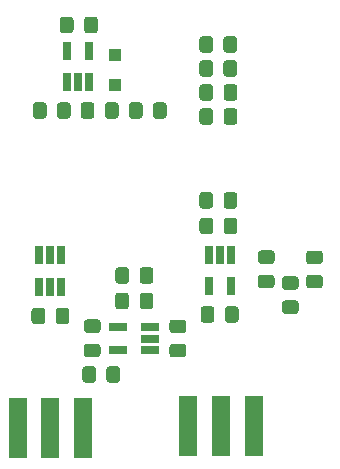
<source format=gbr>
%TF.GenerationSoftware,KiCad,Pcbnew,(5.1.6-0-10_14)*%
%TF.CreationDate,2021-02-25T14:42:38-08:00*%
%TF.ProjectId,TIADevBoard,54494144-6576-4426-9f61-72642e6b6963,rev?*%
%TF.SameCoordinates,Original*%
%TF.FileFunction,Paste,Top*%
%TF.FilePolarity,Positive*%
%FSLAX46Y46*%
G04 Gerber Fmt 4.6, Leading zero omitted, Abs format (unit mm)*
G04 Created by KiCad (PCBNEW (5.1.6-0-10_14)) date 2021-02-25 14:42:38*
%MOMM*%
%LPD*%
G01*
G04 APERTURE LIST*
%ADD10R,0.650000X1.560000*%
%ADD11R,1.600000X5.080000*%
%ADD12R,1.560000X0.650000*%
%ADD13R,1.000000X1.000000*%
G04 APERTURE END LIST*
D10*
%TO.C,U2*%
X94361000Y-77216000D03*
X96261000Y-77216000D03*
X96261000Y-79916000D03*
X95311000Y-79916000D03*
X94361000Y-79916000D03*
%TD*%
%TO.C,U1*%
X108265000Y-97188000D03*
X106365000Y-97188000D03*
X106365000Y-94488000D03*
X107315000Y-94488000D03*
X108265000Y-94488000D03*
%TD*%
%TO.C,R4*%
G36*
G01*
X96823000Y-104197999D02*
X96823000Y-105098001D01*
G75*
G02*
X96573001Y-105348000I-249999J0D01*
G01*
X95922999Y-105348000D01*
G75*
G02*
X95673000Y-105098001I0J249999D01*
G01*
X95673000Y-104197999D01*
G75*
G02*
X95922999Y-103948000I249999J0D01*
G01*
X96573001Y-103948000D01*
G75*
G02*
X96823000Y-104197999I0J-249999D01*
G01*
G37*
G36*
G01*
X98873000Y-104197999D02*
X98873000Y-105098001D01*
G75*
G02*
X98623001Y-105348000I-249999J0D01*
G01*
X97972999Y-105348000D01*
G75*
G02*
X97723000Y-105098001I0J249999D01*
G01*
X97723000Y-104197999D01*
G75*
G02*
X97972999Y-103948000I249999J0D01*
G01*
X98623001Y-103948000D01*
G75*
G02*
X98873000Y-104197999I0J-249999D01*
G01*
G37*
%TD*%
%TO.C,R5*%
G36*
G01*
X99626000Y-97974999D02*
X99626000Y-98875001D01*
G75*
G02*
X99376001Y-99125000I-249999J0D01*
G01*
X98725999Y-99125000D01*
G75*
G02*
X98476000Y-98875001I0J249999D01*
G01*
X98476000Y-97974999D01*
G75*
G02*
X98725999Y-97725000I249999J0D01*
G01*
X99376001Y-97725000D01*
G75*
G02*
X99626000Y-97974999I0J-249999D01*
G01*
G37*
G36*
G01*
X101676000Y-97974999D02*
X101676000Y-98875001D01*
G75*
G02*
X101426001Y-99125000I-249999J0D01*
G01*
X100775999Y-99125000D01*
G75*
G02*
X100526000Y-98875001I0J249999D01*
G01*
X100526000Y-97974999D01*
G75*
G02*
X100775999Y-97725000I249999J0D01*
G01*
X101426001Y-97725000D01*
G75*
G02*
X101676000Y-97974999I0J-249999D01*
G01*
G37*
%TD*%
D11*
%TO.C,J3*%
X110188000Y-108966000D03*
X104648000Y-108966000D03*
X107418000Y-108966000D03*
%TD*%
%TO.C,C13*%
G36*
G01*
X93423000Y-100145001D02*
X93423000Y-99244999D01*
G75*
G02*
X93672999Y-98995000I249999J0D01*
G01*
X94323001Y-98995000D01*
G75*
G02*
X94573000Y-99244999I0J-249999D01*
G01*
X94573000Y-100145001D01*
G75*
G02*
X94323001Y-100395000I-249999J0D01*
G01*
X93672999Y-100395000D01*
G75*
G02*
X93423000Y-100145001I0J249999D01*
G01*
G37*
G36*
G01*
X91373000Y-100145001D02*
X91373000Y-99244999D01*
G75*
G02*
X91622999Y-98995000I249999J0D01*
G01*
X92273001Y-98995000D01*
G75*
G02*
X92523000Y-99244999I0J-249999D01*
G01*
X92523000Y-100145001D01*
G75*
G02*
X92273001Y-100395000I-249999J0D01*
G01*
X91622999Y-100395000D01*
G75*
G02*
X91373000Y-100145001I0J249999D01*
G01*
G37*
%TD*%
%TO.C,C11*%
G36*
G01*
X96069999Y-102041000D02*
X96970001Y-102041000D01*
G75*
G02*
X97220000Y-102290999I0J-249999D01*
G01*
X97220000Y-102941001D01*
G75*
G02*
X96970001Y-103191000I-249999J0D01*
G01*
X96069999Y-103191000D01*
G75*
G02*
X95820000Y-102941001I0J249999D01*
G01*
X95820000Y-102290999D01*
G75*
G02*
X96069999Y-102041000I249999J0D01*
G01*
G37*
G36*
G01*
X96069999Y-99991000D02*
X96970001Y-99991000D01*
G75*
G02*
X97220000Y-100240999I0J-249999D01*
G01*
X97220000Y-100891001D01*
G75*
G02*
X96970001Y-101141000I-249999J0D01*
G01*
X96069999Y-101141000D01*
G75*
G02*
X95820000Y-100891001I0J249999D01*
G01*
X95820000Y-100240999D01*
G75*
G02*
X96069999Y-99991000I249999J0D01*
G01*
G37*
%TD*%
%TO.C,C9*%
G36*
G01*
X99635000Y-95815999D02*
X99635000Y-96716001D01*
G75*
G02*
X99385001Y-96966000I-249999J0D01*
G01*
X98734999Y-96966000D01*
G75*
G02*
X98485000Y-96716001I0J249999D01*
G01*
X98485000Y-95815999D01*
G75*
G02*
X98734999Y-95566000I249999J0D01*
G01*
X99385001Y-95566000D01*
G75*
G02*
X99635000Y-95815999I0J-249999D01*
G01*
G37*
G36*
G01*
X101685000Y-95815999D02*
X101685000Y-96716001D01*
G75*
G02*
X101435001Y-96966000I-249999J0D01*
G01*
X100784999Y-96966000D01*
G75*
G02*
X100535000Y-96716001I0J249999D01*
G01*
X100535000Y-95815999D01*
G75*
G02*
X100784999Y-95566000I249999J0D01*
G01*
X101435001Y-95566000D01*
G75*
G02*
X101685000Y-95815999I0J-249999D01*
G01*
G37*
%TD*%
D12*
%TO.C,U4*%
X98726000Y-102550000D03*
X98726000Y-100650000D03*
X101426000Y-100650000D03*
X101426000Y-101600000D03*
X101426000Y-102550000D03*
%TD*%
%TO.C,RFB2*%
G36*
G01*
X107629000Y-77158001D02*
X107629000Y-76257999D01*
G75*
G02*
X107878999Y-76008000I249999J0D01*
G01*
X108529001Y-76008000D01*
G75*
G02*
X108779000Y-76257999I0J-249999D01*
G01*
X108779000Y-77158001D01*
G75*
G02*
X108529001Y-77408000I-249999J0D01*
G01*
X107878999Y-77408000D01*
G75*
G02*
X107629000Y-77158001I0J249999D01*
G01*
G37*
G36*
G01*
X105579000Y-77158001D02*
X105579000Y-76257999D01*
G75*
G02*
X105828999Y-76008000I249999J0D01*
G01*
X106479001Y-76008000D01*
G75*
G02*
X106729000Y-76257999I0J-249999D01*
G01*
X106729000Y-77158001D01*
G75*
G02*
X106479001Y-77408000I-249999J0D01*
G01*
X105828999Y-77408000D01*
G75*
G02*
X105579000Y-77158001I0J249999D01*
G01*
G37*
%TD*%
%TO.C,RFB1*%
G36*
G01*
X106747000Y-80321999D02*
X106747000Y-81222001D01*
G75*
G02*
X106497001Y-81472000I-249999J0D01*
G01*
X105846999Y-81472000D01*
G75*
G02*
X105597000Y-81222001I0J249999D01*
G01*
X105597000Y-80321999D01*
G75*
G02*
X105846999Y-80072000I249999J0D01*
G01*
X106497001Y-80072000D01*
G75*
G02*
X106747000Y-80321999I0J-249999D01*
G01*
G37*
G36*
G01*
X108797000Y-80321999D02*
X108797000Y-81222001D01*
G75*
G02*
X108547001Y-81472000I-249999J0D01*
G01*
X107896999Y-81472000D01*
G75*
G02*
X107647000Y-81222001I0J249999D01*
G01*
X107647000Y-80321999D01*
G75*
G02*
X107896999Y-80072000I249999J0D01*
G01*
X108547001Y-80072000D01*
G75*
G02*
X108797000Y-80321999I0J-249999D01*
G01*
G37*
%TD*%
%TO.C,R2*%
G36*
G01*
X115775001Y-95308000D02*
X114874999Y-95308000D01*
G75*
G02*
X114625000Y-95058001I0J249999D01*
G01*
X114625000Y-94407999D01*
G75*
G02*
X114874999Y-94158000I249999J0D01*
G01*
X115775001Y-94158000D01*
G75*
G02*
X116025000Y-94407999I0J-249999D01*
G01*
X116025000Y-95058001D01*
G75*
G02*
X115775001Y-95308000I-249999J0D01*
G01*
G37*
G36*
G01*
X115775001Y-97358000D02*
X114874999Y-97358000D01*
G75*
G02*
X114625000Y-97108001I0J249999D01*
G01*
X114625000Y-96457999D01*
G75*
G02*
X114874999Y-96208000I249999J0D01*
G01*
X115775001Y-96208000D01*
G75*
G02*
X116025000Y-96457999I0J-249999D01*
G01*
X116025000Y-97108001D01*
G75*
G02*
X115775001Y-97358000I-249999J0D01*
G01*
G37*
%TD*%
%TO.C,R1*%
G36*
G01*
X113734001Y-97476000D02*
X112833999Y-97476000D01*
G75*
G02*
X112584000Y-97226001I0J249999D01*
G01*
X112584000Y-96575999D01*
G75*
G02*
X112833999Y-96326000I249999J0D01*
G01*
X113734001Y-96326000D01*
G75*
G02*
X113984000Y-96575999I0J-249999D01*
G01*
X113984000Y-97226001D01*
G75*
G02*
X113734001Y-97476000I-249999J0D01*
G01*
G37*
G36*
G01*
X113734001Y-99526000D02*
X112833999Y-99526000D01*
G75*
G02*
X112584000Y-99276001I0J249999D01*
G01*
X112584000Y-98625999D01*
G75*
G02*
X112833999Y-98376000I249999J0D01*
G01*
X113734001Y-98376000D01*
G75*
G02*
X113984000Y-98625999I0J-249999D01*
G01*
X113984000Y-99276001D01*
G75*
G02*
X113734001Y-99526000I-249999J0D01*
G01*
G37*
%TD*%
%TO.C,L3*%
G36*
G01*
X106738000Y-89456999D02*
X106738000Y-90357001D01*
G75*
G02*
X106488001Y-90607000I-249999J0D01*
G01*
X105837999Y-90607000D01*
G75*
G02*
X105588000Y-90357001I0J249999D01*
G01*
X105588000Y-89456999D01*
G75*
G02*
X105837999Y-89207000I249999J0D01*
G01*
X106488001Y-89207000D01*
G75*
G02*
X106738000Y-89456999I0J-249999D01*
G01*
G37*
G36*
G01*
X108788000Y-89456999D02*
X108788000Y-90357001D01*
G75*
G02*
X108538001Y-90607000I-249999J0D01*
G01*
X107887999Y-90607000D01*
G75*
G02*
X107638000Y-90357001I0J249999D01*
G01*
X107638000Y-89456999D01*
G75*
G02*
X107887999Y-89207000I249999J0D01*
G01*
X108538001Y-89207000D01*
G75*
G02*
X108788000Y-89456999I0J-249999D01*
G01*
G37*
%TD*%
%TO.C,L2*%
G36*
G01*
X101678000Y-82746001D02*
X101678000Y-81845999D01*
G75*
G02*
X101927999Y-81596000I249999J0D01*
G01*
X102578001Y-81596000D01*
G75*
G02*
X102828000Y-81845999I0J-249999D01*
G01*
X102828000Y-82746001D01*
G75*
G02*
X102578001Y-82996000I-249999J0D01*
G01*
X101927999Y-82996000D01*
G75*
G02*
X101678000Y-82746001I0J249999D01*
G01*
G37*
G36*
G01*
X99628000Y-82746001D02*
X99628000Y-81845999D01*
G75*
G02*
X99877999Y-81596000I249999J0D01*
G01*
X100528001Y-81596000D01*
G75*
G02*
X100778000Y-81845999I0J-249999D01*
G01*
X100778000Y-82746001D01*
G75*
G02*
X100528001Y-82996000I-249999J0D01*
G01*
X99877999Y-82996000D01*
G75*
G02*
X99628000Y-82746001I0J249999D01*
G01*
G37*
%TD*%
%TO.C,L1*%
G36*
G01*
X93550000Y-82746001D02*
X93550000Y-81845999D01*
G75*
G02*
X93799999Y-81596000I249999J0D01*
G01*
X94450001Y-81596000D01*
G75*
G02*
X94700000Y-81845999I0J-249999D01*
G01*
X94700000Y-82746001D01*
G75*
G02*
X94450001Y-82996000I-249999J0D01*
G01*
X93799999Y-82996000D01*
G75*
G02*
X93550000Y-82746001I0J249999D01*
G01*
G37*
G36*
G01*
X91500000Y-82746001D02*
X91500000Y-81845999D01*
G75*
G02*
X91749999Y-81596000I249999J0D01*
G01*
X92400001Y-81596000D01*
G75*
G02*
X92650000Y-81845999I0J-249999D01*
G01*
X92650000Y-82746001D01*
G75*
G02*
X92400001Y-82996000I-249999J0D01*
G01*
X91749999Y-82996000D01*
G75*
G02*
X91500000Y-82746001I0J249999D01*
G01*
G37*
%TD*%
D13*
%TO.C,D1*%
X98425000Y-80137000D03*
X98425000Y-77637000D03*
%TD*%
%TO.C,CFF1*%
G36*
G01*
X106729000Y-78289999D02*
X106729000Y-79190001D01*
G75*
G02*
X106479001Y-79440000I-249999J0D01*
G01*
X105828999Y-79440000D01*
G75*
G02*
X105579000Y-79190001I0J249999D01*
G01*
X105579000Y-78289999D01*
G75*
G02*
X105828999Y-78040000I249999J0D01*
G01*
X106479001Y-78040000D01*
G75*
G02*
X106729000Y-78289999I0J-249999D01*
G01*
G37*
G36*
G01*
X108779000Y-78289999D02*
X108779000Y-79190001D01*
G75*
G02*
X108529001Y-79440000I-249999J0D01*
G01*
X107878999Y-79440000D01*
G75*
G02*
X107629000Y-79190001I0J249999D01*
G01*
X107629000Y-78289999D01*
G75*
G02*
X107878999Y-78040000I249999J0D01*
G01*
X108529001Y-78040000D01*
G75*
G02*
X108779000Y-78289999I0J-249999D01*
G01*
G37*
%TD*%
%TO.C,C8*%
G36*
G01*
X103308999Y-102050000D02*
X104209001Y-102050000D01*
G75*
G02*
X104459000Y-102299999I0J-249999D01*
G01*
X104459000Y-102950001D01*
G75*
G02*
X104209001Y-103200000I-249999J0D01*
G01*
X103308999Y-103200000D01*
G75*
G02*
X103059000Y-102950001I0J249999D01*
G01*
X103059000Y-102299999D01*
G75*
G02*
X103308999Y-102050000I249999J0D01*
G01*
G37*
G36*
G01*
X103308999Y-100000000D02*
X104209001Y-100000000D01*
G75*
G02*
X104459000Y-100249999I0J-249999D01*
G01*
X104459000Y-100900001D01*
G75*
G02*
X104209001Y-101150000I-249999J0D01*
G01*
X103308999Y-101150000D01*
G75*
G02*
X103059000Y-100900001I0J249999D01*
G01*
X103059000Y-100249999D01*
G75*
G02*
X103308999Y-100000000I249999J0D01*
G01*
G37*
%TD*%
%TO.C,C7*%
G36*
G01*
X107647000Y-92525001D02*
X107647000Y-91624999D01*
G75*
G02*
X107896999Y-91375000I249999J0D01*
G01*
X108547001Y-91375000D01*
G75*
G02*
X108797000Y-91624999I0J-249999D01*
G01*
X108797000Y-92525001D01*
G75*
G02*
X108547001Y-92775000I-249999J0D01*
G01*
X107896999Y-92775000D01*
G75*
G02*
X107647000Y-92525001I0J249999D01*
G01*
G37*
G36*
G01*
X105597000Y-92525001D02*
X105597000Y-91624999D01*
G75*
G02*
X105846999Y-91375000I249999J0D01*
G01*
X106497001Y-91375000D01*
G75*
G02*
X106747000Y-91624999I0J-249999D01*
G01*
X106747000Y-92525001D01*
G75*
G02*
X106497001Y-92775000I-249999J0D01*
G01*
X105846999Y-92775000D01*
G75*
G02*
X105597000Y-92525001I0J249999D01*
G01*
G37*
%TD*%
%TO.C,C6*%
G36*
G01*
X106747000Y-82353999D02*
X106747000Y-83254001D01*
G75*
G02*
X106497001Y-83504000I-249999J0D01*
G01*
X105846999Y-83504000D01*
G75*
G02*
X105597000Y-83254001I0J249999D01*
G01*
X105597000Y-82353999D01*
G75*
G02*
X105846999Y-82104000I249999J0D01*
G01*
X106497001Y-82104000D01*
G75*
G02*
X106747000Y-82353999I0J-249999D01*
G01*
G37*
G36*
G01*
X108797000Y-82353999D02*
X108797000Y-83254001D01*
G75*
G02*
X108547001Y-83504000I-249999J0D01*
G01*
X107896999Y-83504000D01*
G75*
G02*
X107647000Y-83254001I0J249999D01*
G01*
X107647000Y-82353999D01*
G75*
G02*
X107896999Y-82104000I249999J0D01*
G01*
X108547001Y-82104000D01*
G75*
G02*
X108797000Y-82353999I0J-249999D01*
G01*
G37*
%TD*%
%TO.C,C5*%
G36*
G01*
X106856000Y-99117999D02*
X106856000Y-100018001D01*
G75*
G02*
X106606001Y-100268000I-249999J0D01*
G01*
X105955999Y-100268000D01*
G75*
G02*
X105706000Y-100018001I0J249999D01*
G01*
X105706000Y-99117999D01*
G75*
G02*
X105955999Y-98868000I249999J0D01*
G01*
X106606001Y-98868000D01*
G75*
G02*
X106856000Y-99117999I0J-249999D01*
G01*
G37*
G36*
G01*
X108906000Y-99117999D02*
X108906000Y-100018001D01*
G75*
G02*
X108656001Y-100268000I-249999J0D01*
G01*
X108005999Y-100268000D01*
G75*
G02*
X107756000Y-100018001I0J249999D01*
G01*
X107756000Y-99117999D01*
G75*
G02*
X108005999Y-98868000I249999J0D01*
G01*
X108656001Y-98868000D01*
G75*
G02*
X108906000Y-99117999I0J-249999D01*
G01*
G37*
%TD*%
%TO.C,C4*%
G36*
G01*
X111702001Y-95299000D02*
X110801999Y-95299000D01*
G75*
G02*
X110552000Y-95049001I0J249999D01*
G01*
X110552000Y-94398999D01*
G75*
G02*
X110801999Y-94149000I249999J0D01*
G01*
X111702001Y-94149000D01*
G75*
G02*
X111952000Y-94398999I0J-249999D01*
G01*
X111952000Y-95049001D01*
G75*
G02*
X111702001Y-95299000I-249999J0D01*
G01*
G37*
G36*
G01*
X111702001Y-97349000D02*
X110801999Y-97349000D01*
G75*
G02*
X110552000Y-97099001I0J249999D01*
G01*
X110552000Y-96448999D01*
G75*
G02*
X110801999Y-96199000I249999J0D01*
G01*
X111702001Y-96199000D01*
G75*
G02*
X111952000Y-96448999I0J-249999D01*
G01*
X111952000Y-97099001D01*
G75*
G02*
X111702001Y-97349000I-249999J0D01*
G01*
G37*
%TD*%
%TO.C,C3*%
G36*
G01*
X96696000Y-81845999D02*
X96696000Y-82746001D01*
G75*
G02*
X96446001Y-82996000I-249999J0D01*
G01*
X95795999Y-82996000D01*
G75*
G02*
X95546000Y-82746001I0J249999D01*
G01*
X95546000Y-81845999D01*
G75*
G02*
X95795999Y-81596000I249999J0D01*
G01*
X96446001Y-81596000D01*
G75*
G02*
X96696000Y-81845999I0J-249999D01*
G01*
G37*
G36*
G01*
X98746000Y-81845999D02*
X98746000Y-82746001D01*
G75*
G02*
X98496001Y-82996000I-249999J0D01*
G01*
X97845999Y-82996000D01*
G75*
G02*
X97596000Y-82746001I0J249999D01*
G01*
X97596000Y-81845999D01*
G75*
G02*
X97845999Y-81596000I249999J0D01*
G01*
X98496001Y-81596000D01*
G75*
G02*
X98746000Y-81845999I0J-249999D01*
G01*
G37*
%TD*%
%TO.C,C1*%
G36*
G01*
X95836000Y-75507001D02*
X95836000Y-74606999D01*
G75*
G02*
X96085999Y-74357000I249999J0D01*
G01*
X96736001Y-74357000D01*
G75*
G02*
X96986000Y-74606999I0J-249999D01*
G01*
X96986000Y-75507001D01*
G75*
G02*
X96736001Y-75757000I-249999J0D01*
G01*
X96085999Y-75757000D01*
G75*
G02*
X95836000Y-75507001I0J249999D01*
G01*
G37*
G36*
G01*
X93786000Y-75507001D02*
X93786000Y-74606999D01*
G75*
G02*
X94035999Y-74357000I249999J0D01*
G01*
X94686001Y-74357000D01*
G75*
G02*
X94936000Y-74606999I0J-249999D01*
G01*
X94936000Y-75507001D01*
G75*
G02*
X94686001Y-75757000I-249999J0D01*
G01*
X94035999Y-75757000D01*
G75*
G02*
X93786000Y-75507001I0J249999D01*
G01*
G37*
%TD*%
D10*
%TO.C,U3*%
X92964000Y-94535000D03*
X92014000Y-94535000D03*
X93914000Y-94535000D03*
X93914000Y-97235000D03*
X92964000Y-97235000D03*
X92014000Y-97235000D03*
%TD*%
D11*
%TO.C,J2*%
X95734000Y-109162000D03*
X90194000Y-109162000D03*
X92964000Y-109162000D03*
%TD*%
M02*

</source>
